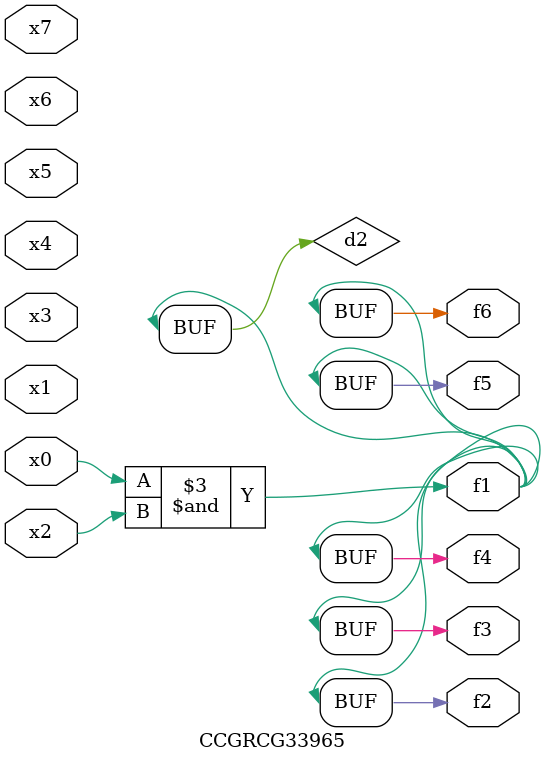
<source format=v>
module CCGRCG33965(
	input x0, x1, x2, x3, x4, x5, x6, x7,
	output f1, f2, f3, f4, f5, f6
);

	wire d1, d2;

	nor (d1, x3, x6);
	and (d2, x0, x2);
	assign f1 = d2;
	assign f2 = d2;
	assign f3 = d2;
	assign f4 = d2;
	assign f5 = d2;
	assign f6 = d2;
endmodule

</source>
